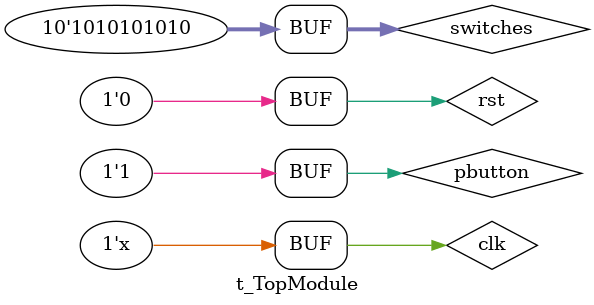
<source format=v>
`timescale 1ns / 1ps


module t_TopModule(

    );
    
    TopModule TM1 (clk, rst, switches, pbutton, seven_enable, tm_sevseg, debug, debug_pause, debug_sequence_reg);
    
    reg clk;
    reg [9:0] switches;
    reg rst;
    reg pbutton;
    wire [3:0] seven_enable;
    wire [6:0] tm_sevseg;
    
    initial
    begin
    
    clk = 1'b0;
    switches = 10'b1010101010;
    rst = 1'b1;
    pbutton = 1'b0;
    
    #10 rst = 1'b0;
    #200 pbutton = 1'b1;
    
 //   #14000 switches = 10'b1100101101;
 //   rst = 1'b1;
 //   #1 reset = 1'b0;
 //   #9000 pause = 1'b0;
 //   #1000 pause = 1'b1;
    
    end
    always begin
        #5 clk =  ~clk;
    end
endmodule

</source>
